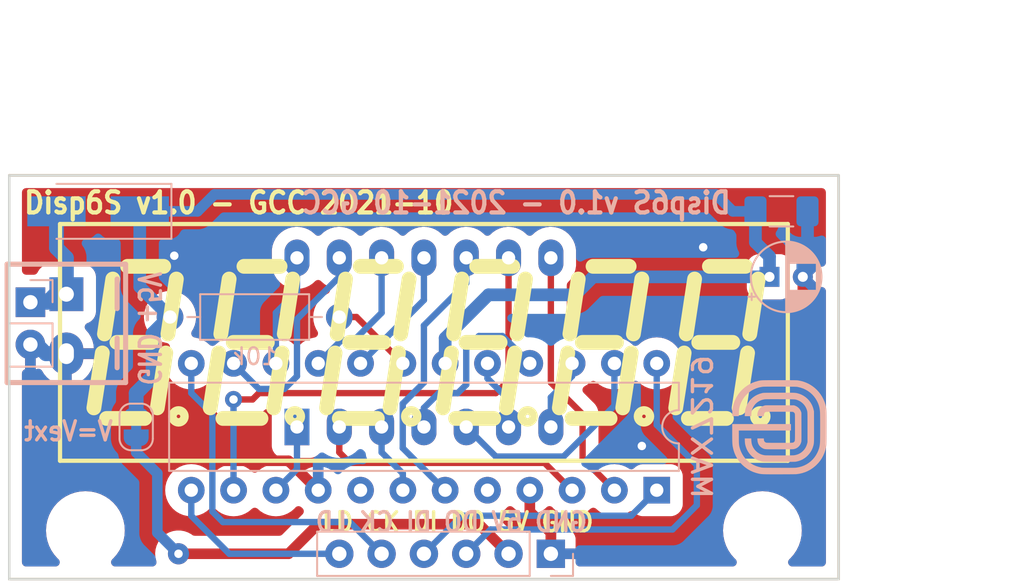
<source format=kicad_pcb>
(kicad_pcb (version 20211014) (generator pcbnew)
  (title_block (title "FSP-M10 AutoPilot") (rev "v1.0"))
  (layers (0 "F.Cu" signal "Rame.Fronte") (31 "B.Cu" signal "Rame.Retro") (34 "B.Paste" user) (35 "F.Paste" user) (36 "B.SilkS" user "B.Silkscreen") (37 "F.SilkS" user "F.Silkscreen") (38 "B.Mask" user) (39 "F.Mask" user) (44 "Edge.Cuts" user))
  (net 0 "")
  (net 1 "/5V")
  (net 2 "/CK")
  (net 3 "/DI")
  (net 4 "/K01")
  (net 5 "/K02")
  (net 6 "/K03")
  (net 7 "/K04")
  (net 8 "/K05")
  (net 9 "/K06")
  (net 10 "/LD")
  (net 11 "/S0A")
  (net 12 "/S0B")
  (net 13 "/S0C")
  (net 14 "/S0D")
  (net 15 "/S0E")
  (net 16 "/S0F")
  (net 17 "/S0G")
  (net 18 "/S0dp")
  (net 19 "GND")
  (net 20 "Net-(D1-Pad2)")
  (net 21 "/K07")
  (net 22 "Net-(IC1-Pad18)")
  (net 23 "/K08")
  (net 24 "/DO")
  (net 25 "Net-(JP1-Pad1)")
  (footprint "MountingHole:MountingHole_3.2mm_M3" (layer "F.Cu") (at 86.359998 49.403001 180)
    (fp_text reference "H1" hide)
    (fp_text value "CONN_1" hide)
    (pad "" np_thru_hole circle locked (at 0 0 180) (size 3.2 3.2) (drill 3.2) (layers *.Cu *.Mask))
  )
  (footprint "MountingHole:MountingHole_3.2mm_M3" (layer "F.Cu") (at 45.719998 49.403001 180)
    (fp_text reference "H2" hide)
    (fp_text value "CONN_1" hide)
    (pad "" np_thru_hole circle locked (at 0 0 180) (size 3.2 3.2) (drill 3.2) (layers *.Cu *.Mask))
  )
  (footprint "GCC_Display:Disp7s6x_036" (layer "F.Cu") (at 66.04 38.1)
    (fp_text reference "DP1" hide)
    (fp_text value "LEDDSP6_CK" hide)
    (pad "1" thru_hole rect (at -7.62 5.08 90) (size 2.19964 1.50114) (drill 0.8001) (layers *.Cu *.Mask) (net 9 "/K06"))
    (pad "2" thru_hole oval (at -5.08 5.08 90) (size 2.19964 1.50114) (drill 0.8001) (layers *.Cu *.Mask) (net 8 "/K05"))
    (pad "3" thru_hole oval (at -2.54 5.08 90) (size 2.19964 1.50114) (drill 0.8001) (layers *.Cu *.Mask) (net 7 "/K04"))
    (pad "4" thru_hole oval (at 0 5.08 90) (size 2.19964 1.50114) (drill 0.8001) (layers *.Cu *.Mask) (net 15 "/S0E"))
    (pad "5" thru_hole oval (at 2.54 5.08 90) (size 2.19964 1.50114) (drill 0.8001) (layers *.Cu *.Mask) (net 14 "/S0D"))
    (pad "6" thru_hole oval (at 5.08 5.08 90) (size 2.19964 1.50114) (drill 0.8001) (layers *.Cu *.Mask) (net 13 "/S0C"))
    (pad "7" thru_hole oval (at 7.62 5.08 90) (size 2.19964 1.50114) (drill 0.8001) (layers *.Cu *.Mask) (net 18 "/S0dp"))
    (pad "8" thru_hole oval (at 7.62 -5.08 90) (size 2.19964 1.50114) (drill 0.8001) (layers *.Cu *.Mask) (net 4 "/K01"))
    (pad "9" thru_hole oval (at 5.08 -5.08 90) (size 2.19964 1.50114) (drill 0.8001) (layers *.Cu *.Mask) (net 5 "/K02"))
    (pad "10" thru_hole oval (at 2.54 -5.08 90) (size 2.19964 1.50114) (drill 0.8001) (layers *.Cu *.Mask) (net 6 "/K03"))
    (pad "11" thru_hole oval (at 0 -5.08 90) (size 2.19964 1.50114) (drill 0.8001) (layers *.Cu *.Mask) (net 17 "/S0G"))
    (pad "12" thru_hole oval (at -2.54 -5.08 90) (size 2.19964 1.50114) (drill 0.8001) (layers *.Cu *.Mask) (net 12 "/S0B"))
    (pad "13" thru_hole oval (at -5.08 -5.08 90) (size 2.19964 1.50114) (drill 0.8001) (layers *.Cu *.Mask) (net 11 "/S0A"))
    (pad "14" thru_hole oval (at -7.62 -5.08 90) (size 2.19964 1.50114) (drill 0.8001) (layers *.Cu *.Mask) (net 16 "/S0F"))
  )
  (footprint "Resistor_THT:R_Axial_DIN0207_L6.3mm_D2.5mm_P10.16mm_Horizontal" (layer "B.Cu") (at 60.96 36.576 180)
    (fp_text reference "R1" hide)
    (fp_text value "10k" (at 5.08 -2.37) (layer "B.SilkS") (effects (justify mirror)))
    (pad "1" thru_hole circle locked (at 0 0 180) (size 1.6 1.6) (drill 0.8) (layers *.Cu *.Mask) (net 22 "Net-(IC1-Pad18)"))
    (pad "2" thru_hole oval locked (at 10.16 0 180) (size 1.6 1.6) (drill 0.8) (layers *.Cu *.Mask) (net 1 "/5V"))
  )
  (footprint "Connector_PinHeader_2.54mm:PinHeader_1x02_P2.54mm_Vertical" (layer "B.Cu") (at 42.418 35.687 180)
    (fp_text reference "P1" hide)
    (fp_text value "PWR" hide)
    (pad "1" thru_hole rect locked (at 0 0 180) (size 1.778 1.778) (drill 0.8636) (layers *.Cu *.Mask) (net 20 "Net-(D1-Pad2)"))
    (pad "2" thru_hole oval locked (at 0 -2.54 180) (size 1.778 1.778) (drill 0.8636) (layers *.Cu *.Mask) (net 19 "GND"))
  )
  (footprint "Capacitor_THT:CP_Radial_D4.0mm_P2.00mm" (layer "B.Cu") (at 86.784409 34.163)
    (fp_text reference "C1" hide)
    (fp_text value "100uF 16V" hide)
    (pad "1" thru_hole rect locked (at 0 0) (size 1.2 1.2) (drill 0.6) (layers *.Cu *.Mask) (net 1 "/5V"))
    (pad "2" thru_hole circle locked (at 2 0) (size 1.2 1.2) (drill 0.6) (layers *.Cu *.Mask) (net 19 "GND"))
  )
  (footprint "Package_DIP:DIP-24_W7.62mm" (layer "B.Cu") (at 80.015 46.98 90)
    (fp_text reference "IC1" hide)
    (fp_text value "MAX7219CNG" hide)
    (pad "1" thru_hole rect locked (at 0 0 90) (size 1.6 1.6) (drill 0.8) (layers *.Cu *.Mask) (net 3 "/DI"))
    (pad "2" thru_hole oval locked (at 0 -2.54 90) (size 1.6 1.6) (drill 0.8) (layers *.Cu *.Mask) (net 4 "/K01"))
    (pad "3" thru_hole oval locked (at 0 -5.08 90) (size 1.6 1.6) (drill 0.8) (layers *.Cu *.Mask) (net 8 "/K05"))
    (pad "4" thru_hole oval locked (at 0 -7.62 90) (size 1.6 1.6) (drill 0.8) (layers *.Cu *.Mask) (net 19 "GND"))
    (pad "5" thru_hole oval locked (at 0 -10.16 90) (size 1.6 1.6) (drill 0.8) (layers *.Cu *.Mask) (net 21 "/K07"))
    (pad "6" thru_hole oval locked (at 0 -12.7 90) (size 1.6 1.6) (drill 0.8) (layers *.Cu *.Mask) (net 6 "/K03"))
    (pad "7" thru_hole oval locked (at 0 -15.24 90) (size 1.6 1.6) (drill 0.8) (layers *.Cu *.Mask) (net 7 "/K04"))
    (pad "8" thru_hole oval locked (at 0 -17.78 90) (size 1.6 1.6) (drill 0.8) (layers *.Cu *.Mask) (net 23 "/K08"))
    (pad "9" thru_hole oval locked (at 0 -20.32 90) (size 1.6 1.6) (drill 0.8) (layers *.Cu *.Mask) (net 19 "GND"))
    (pad "10" thru_hole oval locked (at 0 -22.86 90) (size 1.6 1.6) (drill 0.8) (layers *.Cu *.Mask) (net 9 "/K06"))
    (pad "11" thru_hole oval locked (at 0 -25.4 90) (size 1.6 1.6) (drill 0.8) (layers *.Cu *.Mask) (net 5 "/K02"))
    (pad "12" thru_hole oval locked (at 0 -27.94 90) (size 1.6 1.6) (drill 0.8) (layers *.Cu *.Mask) (net 10 "/LD"))
    (pad "13" thru_hole oval locked (at 7.62 -27.94 90) (size 1.6 1.6) (drill 0.8) (layers *.Cu *.Mask) (net 2 "/CK"))
    (pad "14" thru_hole oval locked (at 7.62 -25.4 90) (size 1.6 1.6) (drill 0.8) (layers *.Cu *.Mask) (net 11 "/S0A"))
    (pad "15" thru_hole oval locked (at 7.62 -22.86 90) (size 1.6 1.6) (drill 0.8) (layers *.Cu *.Mask) (net 16 "/S0F"))
    (pad "16" thru_hole oval locked (at 7.62 -20.32 90) (size 1.6 1.6) (drill 0.8) (layers *.Cu *.Mask) (net 12 "/S0B"))
    (pad "17" thru_hole oval locked (at 7.62 -17.78 90) (size 1.6 1.6) (drill 0.8) (layers *.Cu *.Mask) (net 17 "/S0G"))
    (pad "18" thru_hole oval locked (at 7.62 -15.24 90) (size 1.6 1.6) (drill 0.8) (layers *.Cu *.Mask) (net 22 "Net-(IC1-Pad18)"))
    (pad "19" thru_hole oval locked (at 7.62 -12.7 90) (size 1.6 1.6) (drill 0.8) (layers *.Cu *.Mask) (net 1 "/5V"))
    (pad "20" thru_hole oval locked (at 7.62 -10.16 90) (size 1.6 1.6) (drill 0.8) (layers *.Cu *.Mask) (net 13 "/S0C"))
    (pad "21" thru_hole oval locked (at 7.62 -7.62 90) (size 1.6 1.6) (drill 0.8) (layers *.Cu *.Mask) (net 15 "/S0E"))
    (pad "22" thru_hole oval locked (at 7.62 -5.08 90) (size 1.6 1.6) (drill 0.8) (layers *.Cu *.Mask) (net 18 "/S0dp"))
    (pad "23" thru_hole oval locked (at 7.62 -2.54 90) (size 1.6 1.6) (drill 0.8) (layers *.Cu *.Mask) (net 14 "/S0D"))
    (pad "24" thru_hole oval locked (at 7.62 0 90) (size 1.6 1.6) (drill 0.8) (layers *.Cu *.Mask) (net 24 "/DO"))
  )
  (footprint "Diode_SMD:D_SMA_Handsoldering" (layer "B.Cu") (at 46.482 30.226 180)
    (fp_text reference "D1")
    (fp_text value "1N5819")
    (pad "1" smd rect locked (at -2.5 0 180) (size 3.5 1.8) (layers "B.Cu" "B.Paste" "B.Mask") (net 1 "/5V"))
    (pad "2" smd rect locked (at 2.5 0 180) (size 3.5 1.8) (layers "B.Cu" "B.Paste" "B.Mask") (net 20 "Net-(D1-Pad2)"))
  )
  (footprint "Capacitor_SMD:C_1206_3216Metric_Pad1.33x1.80mm_HandSolder" (layer "B.Cu") (at 87.503 30.226)
    (fp_text reference "C2" hide)
    (fp_text value "100nF" hide)
    (pad "1" smd roundrect locked (at -1.5625 0) (size 1.325 1.8) (layers "B.Cu" "B.Paste" "B.Mask") (roundrect_rratio 0.188679) (net 1 "/5V"))
    (pad "2" smd roundrect locked (at 1.5625 0) (size 1.325 1.8) (layers "B.Cu" "B.Paste" "B.Mask") (roundrect_rratio 0.188679) (net 19 "GND"))
  )
  (footprint "Connector_PinHeader_2.54mm:PinHeader_1x06_P2.54mm_Vertical" (layer "B.Cu") (at 73.66 50.8 90)
    (fp_text reference "P2" hide)
    (fp_text value "CONN-6" hide)
    (pad "1" thru_hole rect locked (at 0 0 90) (size 1.7 1.7) (drill 0.8636) (layers *.Cu *.Mask) (net 19 "GND"))
    (pad "2" thru_hole oval locked (at 0 -2.54 90) (size 1.7 1.7) (drill 0.8636) (layers *.Cu *.Mask) (net 25 "Net-(JP1-Pad1)"))
    (pad "3" thru_hole oval locked (at 0 -5.08 90) (size 1.7 1.7) (drill 0.8636) (layers *.Cu *.Mask) (net 24 "/DO"))
    (pad "4" thru_hole oval locked (at 0 -7.62 90) (size 1.7 1.7) (drill 0.8636) (layers *.Cu *.Mask) (net 3 "/DI"))
    (pad "5" thru_hole oval locked (at 0 -10.16 90) (size 1.7 1.7) (drill 0.8636) (layers *.Cu *.Mask) (net 2 "/CK"))
    (pad "6" thru_hole oval locked (at 0 -12.7 90) (size 1.7 1.7) (drill 0.8636) (layers *.Cu *.Mask) (net 10 "/LD"))
  )
  (footprint "Jumper:SolderJumper-2_P1.3mm_Bridged_RoundedPad1.0x1.5mm" (layer "B.Cu") (at 48.768 43.18 90)
    (fp_text reference "JP1" hide)
    (fp_text value "JUMPER2" hide)
    (fp_poly (pts (xy 0.25 0.3) (xy -0.25 0.3) (xy -0.25 -0.3) (xy 0.25 -0.3)) (layer "B.Cu") (width 0) (fill solid))
    (pad "1" smd custom locked (at -0.65 0 90) (size 1 0.5) (layers "B.Cu" "B.Mask") (net 25 "Net-(JP1-Pad1)") (options (clearance outline) (anchor rect)) (primitives (gr_circle (center 0 -0.25) (end 0.5 -0.25) (width 0) (fill yes)) (gr_circle (center 0 0.25) (end 0.5 0.25) (width 0) (fill yes)) (gr_poly (pts (xy 0.5 0.75) (xy 0 0.75) (xy 0 -0.75) (xy 0.5 -0.75)) (width 0) (fill yes))))
    (pad "2" smd custom locked (at 0.65 0 90) (size 1 0.5) (layers "B.Cu" "B.Mask") (net 1 "/5V") (options (clearance outline) (anchor rect)) (primitives (gr_circle (center 0 -0.25) (end 0.5 -0.25) (width 0) (fill yes)) (gr_circle (center 0 0.25) (end 0.5 0.25) (width 0) (fill yes)) (gr_poly (pts (xy 0 0.75) (xy -0.5 0.75) (xy -0.5 -0.75) (xy 0 -0.75)) (width 0) (fill yes))))
  )
  (footprint "GCC_Headers:HDR2-3.50+3.81mm" (layer "B.Cu") (at 44.577 36.957 -90)
    (fp_text reference "P11" hide)
    (fp_text value "PWR" hide)
    (pad "1" thru_hole rect (at -1.7526 0 270) (size 2.032 2.032) (drill 0.9) (layers *.Cu *.Mask) (net 20 "Net-(D1-Pad2)"))
    (pad "2" thru_hole oval (at 1.82 0 270) (size 2.54 2.032) (drill oval 1.25 0.9) (layers *.Cu *.Mask) (net 19 "GND"))
  )
  (footprint "GCC_Logos:GCC Logo 6mm" (layer "B.Cu") (at 87.376 43.18 180)
    (fp_text reference "G***" hide)
    (fp_text value "LOGO" hide)
  )
  (gr_line (start 41.147996 28.067001) (end 41.147996 52.324001) (layer "B.SilkS") (width 0.14986))
  (gr_line (start 90.931996 28.067001) (end 41.147996 28.067001) (layer "B.SilkS") (width 0.14986))
  (gr_line (start 90.931996 52.324001) (end 90.931996 28.067001) (layer "B.SilkS") (width 0.14986))
  (gr_line (start 41.147996 52.324001) (end 90.931996 52.324001) (layer "B.SilkS") (width 0.14986))
  (gr_line (start 41.147996 52.324001) (end 41.147996 28.067001) (layer "F.SilkS") (width 0.14986))
  (gr_line (start 90.931996 28.067001) (end 90.931996 52.324001) (layer "F.SilkS") (width 0.14986))
  (gr_line (start 41.147996 28.067001) (end 90.931996 28.067001) (layer "F.SilkS") (width 0.14986))
  (gr_line (start 90.931996 52.324001) (end 41.147996 52.324001) (layer "F.SilkS") (width 0.14986))
  (gr_line (start 90.932 52.324) (end 41.148 52.324) (layer "Edge.Cuts") (width 0.14986))
  (gr_line (start 41.148 28.067) (end 90.932 28.067) (layer "Edge.Cuts") (width 0.14986))
  (gr_line (start 90.932 28.067) (end 90.932 52.324) (layer "Edge.Cuts") (width 0.14986))
  (gr_line (start 41.148 52.324) (end 41.148 28.067) (layer "Edge.Cuts") (width 0.14986))
  (gr_text "MAX7219" (at 82.677 43.18 270) (layer "B.SilkS") (effects (font (size 1.143 1.27) (thickness 0.2032)) (justify mirror)))
  (gr_text "V=Vext" (at 44.704 43.434) (layer "B.SilkS") (effects (font (size 1.143 1.016) (thickness 0.2032)) (justify mirror)))
  (gr_text "Disp6S v1.0 - 2021-10 GCC" (at 84.582 29.718) (layer "B.SilkS") (effects (font (size 1.27 1.143) (thickness 0.254)) (justify left mirror)))
  (gr_text "GND" (at 49.529998 39.116001 270) (layer "B.SilkS") (effects (font (size 1.27 1.016) (thickness 0.2032)) (justify mirror)))
  (gr_text "+5V" (at 49.529998 35.433001 270) (layer "B.SilkS") (effects (font (size 1.27 1.016) (thickness 0.2032)) (justify mirror)))
  (gr_text "GND 5V DO DI CK LD" (at 67.691 48.895) (layer "B.SilkS") (effects (font (size 1.143 1.016) (thickness 0.2032)) (justify mirror)))
  (gr_text "LD CK DI DO 5V GND" (at 68.072 48.895) (layer "F.SilkS") (effects (font (size 1.143 1.016) (thickness 0.2032))))
  (gr_text "Disp6S v1.0 - GCC 2021-10" (at 41.91 29.718) (layer "F.SilkS") (effects (font (size 1.27 1.143) (thickness 0.254)) (justify left)))
  (segment (start 84.582 30.226) (end 85.9405 30.226) (width 0.635) (layer "B.Cu") (net 1))
  (segment (start 48.982 30.226) (end 52.451 30.226) (width 0.635) (layer "B.Cu") (net 1))
  (segment (start 69.9135 35.2425) (end 67.315 37.841) (width 0.762) (layer "B.Cu") (net 1))
  (segment (start 48.982 34.758003) (end 50.799998 36.576001) (width 0.762) (layer "B.Cu") (net 1))
  (segment (start 50.799998 36.576002) (end 49.784 37.592) (width 0.889) (layer "B.Cu") (net 1))
  (segment (start 52.451 30.226) (end 53.467 29.21) (width 0.635) (layer "B.Cu") (net 1))
  (segment (start 48.982 30.226) (end 48.982 34.758003) (width 0.762) (layer "B.Cu") (net 1))
  (segment (start 75.1205 35.2425) (end 69.9135 35.2425) (width 0.762) (layer "B.Cu") (net 1))
  (segment (start 49.784 37.592) (end 49.784 40.132) (width 0.889) (layer "B.Cu") (net 1))
  (segment (start 83.566 29.21) (end 84.582 30.226) (width 0.635) (layer "B.Cu") (net 1))
  (segment (start 76.2 34.163) (end 75.1205 35.2425) (width 0.762) (layer "B.Cu") (net 1))
  (segment (start 85.9405 32.0925) (end 85.9405 30.226) (width 0.762) (layer "B.Cu") (net 1))
  (segment (start 86.784401 34.163) (end 86.784401 32.936401) (width 0.762) (layer "B.Cu") (net 1))
  (segment (start 86.784401 34.163) (end 76.2 34.163) (width 0.762) (layer "B.Cu") (net 1))
  (segment (start 48.768 41.148) (end 48.768 42.53) (width 0.889) (layer "B.Cu") (net 1))
  (segment (start 67.315 37.841) (end 67.315 39.36) (width 0.762) (layer "B.Cu") (net 1))
  (segment (start 49.784 40.132) (end 48.768 41.148) (width 0.889) (layer "B.Cu") (net 1))
  (segment (start 86.784401 32.936401) (end 85.9405 32.0925) (width 0.762) (layer "B.Cu") (net 1))
  (segment (start 53.467 29.21) (end 83.566 29.21) (width 0.635) (layer "B.Cu") (net 1))
  (segment (start 53.34 48.26) (end 53.34 42.408) (width 0.381) (layer "B.Cu") (net 2))
  (segment (start 53.34 42.408) (end 52.075 41.143) (width 0.381) (layer "B.Cu") (net 2))
  (segment (start 61.595 48.895) (end 53.975 48.895) (width 0.381) (layer "B.Cu") (net 2))
  (segment (start 52.075 41.143) (end 52.075 39.36) (width 0.381) (layer "B.Cu") (net 2))
  (segment (start 53.975 48.895) (end 53.34 48.26) (width 0.381) (layer "B.Cu") (net 2))
  (segment (start 63.5 50.8) (end 61.595 48.895) (width 0.381) (layer "B.Cu") (net 2))
  (segment (start 78.486 48.514) (end 68.326 48.514) (width 0.381) (layer "B.Cu") (net 3))
  (segment (start 80.015 46.985) (end 78.486 48.514) (width 0.381) (layer "B.Cu") (net 3))
  (segment (start 68.326 48.514) (end 66.04 50.8) (width 0.381) (layer "B.Cu") (net 3))
  (segment (start 73.66 33.02) (end 73.66 40.513) (width 0.381) (layer "F.Cu") (net 4))
  (segment (start 75.565 42.418) (end 75.565 45.07) (width 0.381) (layer "F.Cu") (net 4))
  (segment (start 73.66 40.513) (end 75.565 42.418) (width 0.381) (layer "F.Cu") (net 4))
  (segment (start 75.565 45.07) (end 77.475 46.98) (width 0.381) (layer "F.Cu") (net 4))
  (segment (start 70.358 41.148) (end 71.12 40.386) (width 0.381) (layer "F.Cu") (net 5))
  (segment (start 54.61 41.529) (end 55.753 41.529) (width 0.381) (layer "F.Cu") (net 5))
  (segment (start 55.753 41.529) (end 56.134 41.148) (width 0.381) (layer "F.Cu") (net 5))
  (segment (start 71.12 40.386) (end 71.12 33.02) (width 0.381) (layer "F.Cu") (net 5))
  (segment (start 56.134 41.148) (end 70.358 41.148) (width 0.381) (layer "F.Cu") (net 5))
  (via (at 54.61 41.529) (size 1.016) (drill 0.508) (layers "F.Cu" "B.Cu") (net 5))
  (segment (start 54.61 41.529) (end 54.61 46.975) (width 0.381) (layer "B.Cu") (net 5))
  (segment (start 64.77 41.783) (end 66.04 40.513) (width 0.381) (layer "B.Cu") (net 6))
  (segment (start 68.58 34.544) (end 68.58 33.02) (width 0.381) (layer "B.Cu") (net 6))
  (segment (start 64.77 44.45) (end 64.77 41.783) (width 0.381) (layer "B.Cu") (net 6))
  (segment (start 66.04 37.084) (end 68.58 34.544) (width 0.381) (layer "B.Cu") (net 6))
  (segment (start 67.3 46.98) (end 64.77 44.45) (width 0.381) (layer "B.Cu") (net 6))
  (segment (start 66.04 40.513) (end 66.04 37.084) (width 0.381) (layer "B.Cu") (net 6))
  (segment (start 64.775 46.98) (end 64.775 45.979) (width 0.381) (layer "B.Cu") (net 7))
  (segment (start 63.5 44.704) (end 63.5 43.18) (width 0.381) (layer "B.Cu") (net 7))
  (segment (start 64.775 45.979) (end 63.5 44.704) (width 0.381) (layer "B.Cu") (net 7))
  (segment (start 73.279 45.339) (end 61.595 45.339) (width 0.381) (layer "F.Cu") (net 8))
  (segment (start 61.595 45.339) (end 60.96 44.704) (width 0.381) (layer "F.Cu") (net 8))
  (segment (start 60.96 44.704) (end 60.96 43.18) (width 0.381) (layer "F.Cu") (net 8))
  (segment (start 74.92 46.98) (end 73.279 45.339) (width 0.381) (layer "F.Cu") (net 8))
  (segment (start 58.42 43.18) (end 58.42 45.715) (width 0.381) (layer "B.Cu") (net 9))
  (segment (start 58.42 45.715) (end 57.155 46.98) (width 0.381) (layer "B.Cu") (net 9))
  (segment (start 52.075 46.98) (end 52.075 48.519) (width 0.381) (layer "B.Cu") (net 10))
  (segment (start 54.356 50.8) (end 60.96 50.8) (width 0.381) (layer "B.Cu") (net 10))
  (segment (start 52.075 48.519) (end 54.356 50.8) (width 0.381) (layer "B.Cu") (net 10))
  (segment (start 58.42 40.132) (end 58.42 36.703) (width 0.381) (layer "B.Cu") (net 11))
  (segment (start 58.42 36.703) (end 60.96 34.163) (width 0.381) (layer "B.Cu") (net 11))
  (segment (start 57.658 40.894) (end 58.42 40.132) (width 0.381) (layer "B.Cu") (net 11))
  (segment (start 60.96 34.163) (end 60.96 33.02) (width 0.381) (layer "B.Cu") (net 11))
  (segment (start 56.134 40.894) (end 57.658 40.894) (width 0.381) (layer "B.Cu") (net 11))
  (segment (start 54.615 39.375) (end 56.134 40.894) (width 0.381) (layer "B.Cu") (net 11))
  (segment (start 61.082 37.973) (end 61.849 37.973) (width 0.381) (layer "B.Cu") (net 12))
  (segment (start 59.695 39.36) (end 61.082 37.973) (width 0.381) (layer "B.Cu") (net 12))
  (segment (start 61.849 37.973) (end 63.5 36.322) (width 0.381) (layer "B.Cu") (net 12))
  (segment (start 63.5 36.322) (end 63.5 33.02) (width 0.381) (layer "B.Cu") (net 12))
  (segment (start 69.855 39.36) (end 69.855 40.264) (width 0.381) (layer "B.Cu") (net 13))
  (segment (start 71.12 41.529) (end 71.12 43.18) (width 0.381) (layer "B.Cu") (net 13))
  (segment (start 69.855 40.264) (end 71.12 41.529) (width 0.381) (layer "B.Cu") (net 13))
  (segment (start 74.422 44.958) (end 77.475 41.905) (width 0.381) (layer "B.Cu") (net 14))
  (segment (start 70.358 44.958) (end 74.422 44.958) (width 0.381) (layer "B.Cu") (net 14))
  (segment (start 77.475 41.905) (end 77.475 39.36) (width 0.381) (layer "B.Cu") (net 14))
  (segment (start 68.58 43.18) (end 70.358 44.958) (width 0.381) (layer "B.Cu") (net 14))
  (segment (start 68.58 40.64) (end 68.58 38.481) (width 0.381) (layer "B.Cu") (net 15))
  (segment (start 66.929 41.148) (end 68.072 41.148) (width 0.381) (layer "B.Cu") (net 15))
  (segment (start 69.342 37.719) (end 70.754 37.719) (width 0.381) (layer "B.Cu") (net 15))
  (segment (start 70.754 37.719) (end 72.395 39.36) (width 0.381) (layer "B.Cu") (net 15))
  (segment (start 68.58 38.481) (end 69.342 37.719) (width 0.381) (layer "B.Cu") (net 15))
  (segment (start 66.04 43.18) (end 66.04 42.037) (width 0.381) (layer "B.Cu") (net 15))
  (segment (start 68.072 41.148) (end 68.58 40.64) (width 0.381) (layer "B.Cu") (net 15))
  (segment (start 66.04 42.037) (end 66.929 41.148) (width 0.381) (layer "B.Cu") (net 15))
  (segment (start 58.42 35.052) (end 58.42 33.02) (width 0.381) (layer "B.Cu") (net 16))
  (segment (start 57.155 39.36) (end 57.155 36.317) (width 0.381) (layer "B.Cu") (net 16))
  (segment (start 57.155 36.317) (end 58.42 35.052) (width 0.381) (layer "B.Cu") (net 16))
  (segment (start 66.04 35.555) (end 62.235 39.36) (width 0.381) (layer "B.Cu") (net 17))
  (segment (start 66.04 33.02) (end 66.04 35.555) (width 0.381) (layer "B.Cu") (net 17))
  (segment (start 74.935 40.127) (end 73.66 41.402) (width 0.381) (layer "B.Cu") (net 18))
  (segment (start 74.935 39.36) (end 74.935 40.127) (width 0.381) (layer "B.Cu") (net 18))
  (segment (start 73.66 41.402) (end 73.66 43.18) (width 0.381) (layer "B.Cu") (net 18))
  (segment (start 72.395 48.265) (end 72.395 46.98) (width 0.635) (layer "F.Cu") (net 19))
  (segment (start 59.68 46.98) (end 57.912 45.212) (width 0.635) (layer "F.Cu") (net 19))
  (segment (start 88.784401 39.993599) (end 88.784401 34.163) (width 0.635) (layer "F.Cu") (net 19))
  (segment (start 79.502 50.8) (end 82.042 48.26) (width 0.635) (layer "F.Cu") (net 19))
  (segment (start 57.912 45.212) (end 53.848 45.212) (width 0.635) (layer "F.Cu") (net 19))
  (segment (start 82.042 48.26) (end 82.042 46.736) (width 0.635) (layer "F.Cu") (net 19))
  (segment (start 73.66 50.8) (end 73.66 49.53) (width 0.635) (layer "F.Cu") (net 19))
  (segment (start 47.413 38.777) (end 44.577 38.777) (width 0.635) (layer "F.Cu") (net 19))
  (segment (start 53.848 45.212) (end 47.413 38.777) (width 0.635) (layer "F.Cu") (net 19))
  (segment (start 82.042 46.736) (end 88.784401 39.993599) (width 0.635) (layer "F.Cu") (net 19))
  (segment (start 73.66 49.53) (end 72.395 48.265) (width 0.635) (layer "F.Cu") (net 19))
  (segment (start 73.66 50.8) (end 79.502 50.8) (width 0.635) (layer "F.Cu") (net 19))
  (via (at 79.121 44.323) (size 1.016) (drill 0.508) (layers "F.Cu" "B.Cu") (net 19))
  (via (at 51.054 32.893) (size 1.016) (drill 0.508) (layers "F.Cu" "B.Cu") (net 19))
  (via (at 82.804 32.385) (size 1.016) (drill 0.508) (layers "F.Cu" "B.Cu") (net 19))
  (segment (start 88.784401 32.881599) (end 88.784401 34.163) (width 0.762) (layer "B.Cu") (net 19))
  (segment (start 43.349 38.777) (end 44.577 38.777) (width 0.889) (layer "B.Cu") (net 19))
  (segment (start 89.0655 30.226) (end 89.0655 32.6005) (width 0.762) (layer "B.Cu") (net 19))
  (segment (start 89.0655 32.6005) (end 88.784401 32.881599) (width 0.762) (layer "B.Cu") (net 19))
  (segment (start 42.799 38.227) (end 43.349 38.777) (width 0.889) (layer "B.Cu") (net 19))
  (segment (start 44.577 33.02) (end 44.577 35.2044) (width 0.889) (layer "B.Cu") (net 20))
  (segment (start 43.982 30.226) (end 43.982 32.425) (width 0.889) (layer "B.Cu") (net 20))
  (segment (start 44.577 35.2044) (end 43.9166 35.2044) (width 0.889) (layer "B.Cu") (net 20))
  (segment (start 43.9166 35.2044) (end 43.434 35.687) (width 0.889) (layer "B.Cu") (net 20))
  (segment (start 43.982 32.425) (end 44.577 33.02) (width 0.889) (layer "B.Cu") (net 20))
  (segment (start 43.434 35.687) (end 42.418 35.687) (width 0.889) (layer "B.Cu") (net 20))
  (segment (start 61.991001 36.576001) (end 64.775 39.36) (width 0.381) (layer "F.Cu") (net 22))
  (segment (start 60.959998 36.576001) (end 61.991001 36.576001) (width 0.381) (layer "F.Cu") (net 22))
  (segment (start 82.423 45.466) (end 80.015 43.058) (width 0.381) (layer "B.Cu") (net 24))
  (segment (start 68.58 50.8) (end 70.0405 49.3395) (width 0.381) (layer "B.Cu") (net 24))
  (segment (start 82.423 47.879) (end 82.423 45.466) (width 0.381) (layer "B.Cu") (net 24))
  (segment (start 80.015 43.058) (end 80.015 39.36) (width 0.381) (layer "B.Cu") (net 24))
  (segment (start 80.9625 49.3395) (end 82.423 47.879) (width 0.381) (layer "B.Cu") (net 24))
  (segment (start 70.0405 49.3395) (end 80.9625 49.3395) (width 0.381) (layer "B.Cu") (net 24))
  (segment (start 69.342 49.022) (end 59.69 49.022) (width 0.635) (layer "F.Cu") (net 25))
  (segment (start 59.69 49.022) (end 57.912 50.8) (width 0.635) (layer "F.Cu") (net 25))
  (segment (start 71.12 50.8) (end 69.342 49.022) (width 0.635) (layer "F.Cu") (net 25))
  (segment (start 57.912 50.8) (end 51.308 50.8) (width 0.635) (layer "F.Cu") (net 25))
  (via (at 51.308 50.8) (size 1.27) (drill 0.508) (layers "F.Cu" "B.Cu") (net 25))
  (segment (start 51.308 50.8) (end 50.038 49.53) (width 0.635) (layer "B.Cu") (net 25))
  (segment (start 50.038 45.974) (end 48.768 44.704) (width 0.635) (layer "B.Cu") (net 25))
  (segment (start 48.768 44.704) (end 48.768 43.83) (width 0.635) (layer "B.Cu") (net 25))
  (segment (start 50.038 49.53) (end 50.038 45.974) (width 0.635) (layer "B.Cu") (net 25))
  (zone (net 19) (net_name "GND") (layer "F.Cu") (connect_pads (clearance 0.762)) (min_thickness 0.508) (fill yes (thermal_gap 0.635) (thermal_bridge_width 0.635))
    (polygon (pts (xy 90.931998 52.324002) (xy 41.147998 52.324) (xy 41.147999 28.067) (xy 90.931997 28.067002)))
  )
  (zone (net 19) (net_name "GND") (layer "B.Cu") (connect_pads (clearance 0.762)) (min_thickness 0.508) (fill yes (thermal_gap 0.635) (thermal_bridge_width 0.635))
    (polygon (pts (xy 90.931998 28.067002) (xy 41.148 28.067) (xy 41.147998 52.324) (xy 90.931998 52.324002)))
  )
)
</source>
